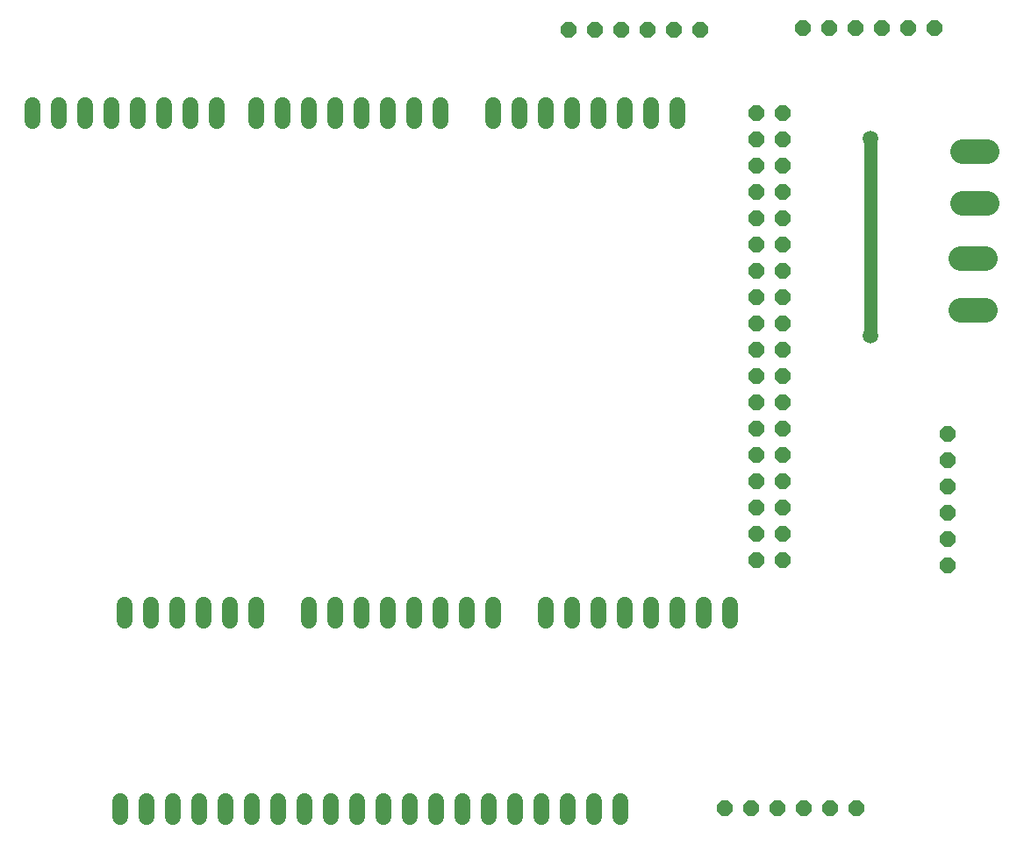
<source format=gbl>
G75*
%MOIN*%
%OFA0B0*%
%FSLAX25Y25*%
%IPPOS*%
%LPD*%
%AMOC8*
5,1,8,0,0,1.08239X$1,22.5*
%
%ADD10OC8,0.06000*%
%ADD11C,0.09370*%
%ADD12C,0.06000*%
%ADD13C,0.05906*%
%ADD14C,0.05000*%
D10*
X0363031Y0041497D03*
X0373031Y0041497D03*
X0383031Y0041497D03*
X0393031Y0041497D03*
X0403031Y0041497D03*
X0413031Y0041497D03*
X0447756Y0133859D03*
X0447756Y0143859D03*
X0447756Y0153859D03*
X0447756Y0163859D03*
X0447756Y0173859D03*
X0447756Y0183859D03*
X0385000Y0185906D03*
X0375000Y0185906D03*
X0375000Y0175906D03*
X0385000Y0175906D03*
X0385000Y0165906D03*
X0375000Y0165906D03*
X0375000Y0155906D03*
X0385000Y0155906D03*
X0385000Y0145906D03*
X0375000Y0145906D03*
X0375000Y0135906D03*
X0385000Y0135906D03*
X0385000Y0195906D03*
X0375000Y0195906D03*
X0375000Y0205906D03*
X0385000Y0205906D03*
X0385000Y0215906D03*
X0375000Y0215906D03*
X0375000Y0225906D03*
X0385000Y0225906D03*
X0385000Y0235906D03*
X0375000Y0235906D03*
X0375000Y0245906D03*
X0385000Y0245906D03*
X0385000Y0255906D03*
X0375000Y0255906D03*
X0375000Y0265906D03*
X0385000Y0265906D03*
X0385000Y0275906D03*
X0375000Y0275906D03*
X0375000Y0285906D03*
X0385000Y0285906D03*
X0385000Y0295906D03*
X0375000Y0295906D03*
X0375000Y0305906D03*
X0385000Y0305906D03*
X0353622Y0337678D03*
X0343622Y0337678D03*
X0333622Y0337678D03*
X0323622Y0337678D03*
X0313622Y0337678D03*
X0303622Y0337678D03*
X0392756Y0338190D03*
X0402756Y0338190D03*
X0412756Y0338190D03*
X0422756Y0338190D03*
X0432756Y0338190D03*
X0442756Y0338190D03*
D11*
X0453425Y0291261D02*
X0462795Y0291261D01*
X0462795Y0271576D02*
X0453425Y0271576D01*
X0452598Y0250709D02*
X0461969Y0250709D01*
X0461969Y0231024D02*
X0452598Y0231024D01*
D12*
X0133543Y0044300D02*
X0133543Y0038300D01*
X0143543Y0038300D02*
X0143543Y0044300D01*
X0153543Y0044300D02*
X0153543Y0038300D01*
X0163543Y0038300D02*
X0163543Y0044300D01*
X0173543Y0044300D02*
X0173543Y0038300D01*
X0183543Y0038300D02*
X0183543Y0044300D01*
X0193543Y0044300D02*
X0193543Y0038300D01*
X0203543Y0038300D02*
X0203543Y0044300D01*
X0213543Y0044300D02*
X0213543Y0038300D01*
X0223543Y0038300D02*
X0223543Y0044300D01*
X0233543Y0044300D02*
X0233543Y0038300D01*
X0243543Y0038300D02*
X0243543Y0044300D01*
X0253543Y0044300D02*
X0253543Y0038300D01*
X0263543Y0038300D02*
X0263543Y0044300D01*
X0273543Y0044300D02*
X0273543Y0038300D01*
X0283543Y0038300D02*
X0283543Y0044300D01*
X0293543Y0044300D02*
X0293543Y0038300D01*
X0303543Y0038300D02*
X0303543Y0044300D01*
X0313543Y0044300D02*
X0313543Y0038300D01*
X0323543Y0038300D02*
X0323543Y0044300D01*
X0325000Y0112906D02*
X0325000Y0118906D01*
X0315000Y0118906D02*
X0315000Y0112906D01*
X0305000Y0112906D02*
X0305000Y0118906D01*
X0295000Y0118906D02*
X0295000Y0112906D01*
X0275000Y0112906D02*
X0275000Y0118906D01*
X0265000Y0118906D02*
X0265000Y0112906D01*
X0255000Y0112906D02*
X0255000Y0118906D01*
X0245000Y0118906D02*
X0245000Y0112906D01*
X0235000Y0112906D02*
X0235000Y0118906D01*
X0225000Y0118906D02*
X0225000Y0112906D01*
X0215000Y0112906D02*
X0215000Y0118906D01*
X0205000Y0118906D02*
X0205000Y0112906D01*
X0185000Y0112906D02*
X0185000Y0118906D01*
X0175000Y0118906D02*
X0175000Y0112906D01*
X0165000Y0112906D02*
X0165000Y0118906D01*
X0155000Y0118906D02*
X0155000Y0112906D01*
X0145000Y0112906D02*
X0145000Y0118906D01*
X0135000Y0118906D02*
X0135000Y0112906D01*
X0335000Y0112906D02*
X0335000Y0118906D01*
X0345000Y0118906D02*
X0345000Y0112906D01*
X0355000Y0112906D02*
X0355000Y0118906D01*
X0365000Y0118906D02*
X0365000Y0112906D01*
X0345000Y0302906D02*
X0345000Y0308906D01*
X0335000Y0308906D02*
X0335000Y0302906D01*
X0325000Y0302906D02*
X0325000Y0308906D01*
X0315000Y0308906D02*
X0315000Y0302906D01*
X0305000Y0302906D02*
X0305000Y0308906D01*
X0295000Y0308906D02*
X0295000Y0302906D01*
X0285000Y0302906D02*
X0285000Y0308906D01*
X0275000Y0308906D02*
X0275000Y0302906D01*
X0255000Y0302906D02*
X0255000Y0308906D01*
X0245000Y0308906D02*
X0245000Y0302906D01*
X0235000Y0302906D02*
X0235000Y0308906D01*
X0225000Y0308906D02*
X0225000Y0302906D01*
X0215000Y0302906D02*
X0215000Y0308906D01*
X0205000Y0308906D02*
X0205000Y0302906D01*
X0195000Y0302906D02*
X0195000Y0308906D01*
X0185000Y0308906D02*
X0185000Y0302906D01*
X0170000Y0302906D02*
X0170000Y0308906D01*
X0160000Y0308906D02*
X0160000Y0302906D01*
X0150000Y0302906D02*
X0150000Y0308906D01*
X0140000Y0308906D02*
X0140000Y0302906D01*
X0130000Y0302906D02*
X0130000Y0308906D01*
X0120000Y0308906D02*
X0120000Y0302906D01*
X0110000Y0302906D02*
X0110000Y0308906D01*
X0100000Y0308906D02*
X0100000Y0302906D01*
D13*
X0418543Y0296300D03*
X0418543Y0221300D03*
D14*
X0418543Y0296300D01*
M02*

</source>
